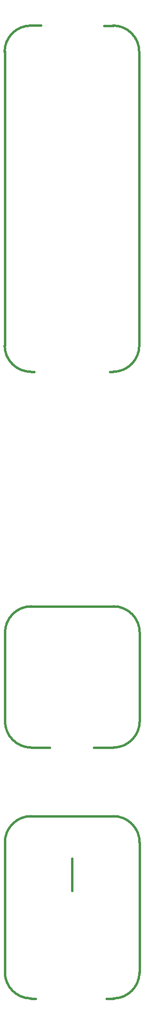
<source format=gbr>
G04 #@! TF.GenerationSoftware,KiCad,Pcbnew,(5.1.5)-3*
G04 #@! TF.CreationDate,2021-01-05T16:06:44-08:00*
G04 #@! TF.ProjectId,AREGFACE,41524547-4641-4434-952e-6b696361645f,rev?*
G04 #@! TF.SameCoordinates,Original*
G04 #@! TF.FileFunction,Legend,Top*
G04 #@! TF.FilePolarity,Positive*
%FSLAX46Y46*%
G04 Gerber Fmt 4.6, Leading zero omitted, Abs format (unit mm)*
G04 Created by KiCad (PCBNEW (5.1.5)-3) date 2021-01-05 16:06:44*
%MOMM*%
%LPD*%
G04 APERTURE LIST*
%ADD10C,0.400000*%
G04 APERTURE END LIST*
D10*
X98310700Y-147066000D02*
G75*
G02X93738700Y-151638000I-4572000J0D01*
G01*
X79425800Y-195292000D02*
G75*
G02X74853800Y-190720000I0J4572000D01*
G01*
X98298000Y-168148000D02*
X98298000Y-190792100D01*
X79451200Y-151638000D02*
X82651600Y-151638000D01*
X79451200Y-151638000D02*
G75*
G02X74879200Y-147066000I0J4572000D01*
G01*
X98285300Y-190720000D02*
G75*
G02X93713300Y-195292000I-4572000J0D01*
G01*
X98323400Y-131648200D02*
X98310700Y-147066000D01*
X79400400Y-127076200D02*
X93700600Y-127076200D01*
X93722396Y-163576000D02*
G75*
G02X98298000Y-168224834I3604J-4572634D01*
G01*
X74879200Y-131648200D02*
G75*
G02X79451200Y-127076200I4572000J0D01*
G01*
X79425800Y-195292000D02*
X80213200Y-195292000D01*
X79375000Y-163576000D02*
X93675200Y-163576000D01*
X93738700Y-151638000D02*
X90373200Y-151638000D01*
X74853800Y-168148000D02*
G75*
G02X79425800Y-163576000I4572000J0D01*
G01*
X74879200Y-147066000D02*
X74879200Y-131648200D01*
X74853800Y-190665100D02*
X74853800Y-168148000D01*
X93713300Y-195292000D02*
X92557600Y-195292000D01*
X86560000Y-176530000D02*
X86560000Y-170942000D01*
X93747796Y-127076200D02*
G75*
G02X98323400Y-131725034I3604J-4572634D01*
G01*
X79387700Y-86268560D02*
G75*
G02X74815700Y-81696560I0J4572000D01*
G01*
X93658896Y-26032460D02*
G75*
G02X98234500Y-30681294I3604J-4572634D01*
G01*
X98247200Y-81696560D02*
X98247200Y-30629860D01*
X92100400Y-26045160D02*
X93726000Y-26045160D01*
X79311500Y-26032460D02*
X81092040Y-26024840D01*
X74815700Y-81696560D02*
X74815700Y-30502860D01*
X93116400Y-86268560D02*
X93675200Y-86268560D01*
X79387700Y-86268560D02*
X79908400Y-86268560D01*
X74803000Y-30617160D02*
G75*
G02X79375000Y-26045160I4572000J0D01*
G01*
X98247200Y-81696560D02*
G75*
G02X93675200Y-86268560I-4572000J0D01*
G01*
M02*

</source>
